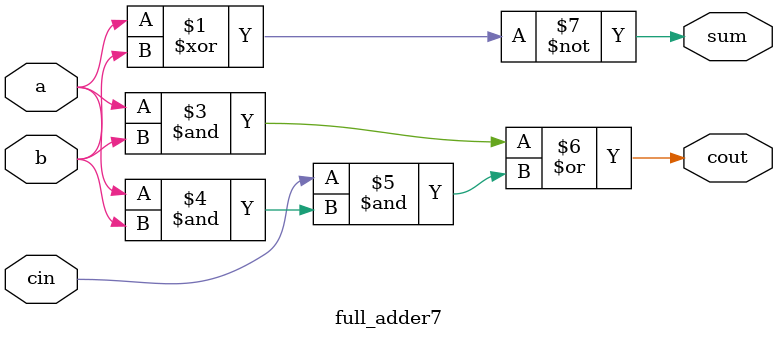
<source format=v>
module full_adder7(a,b,cin,sum,cout);
input a,b,cin;
output sum,cout;
assign sum = a^b^1'b1;
assign cout = a&b|cin&(a&b); 
// initial begin
//     $display("The incorrect adder with xor1 having in2/1");
// end   
endmodule
</source>
